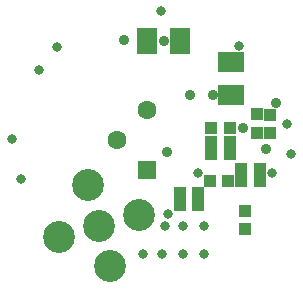
<source format=gbs>
G04 Layer_Color=16711935*
%FSLAX25Y25*%
%MOIN*%
G70*
G01*
G75*
%ADD30R,0.04147X0.04147*%
%ADD32R,0.04147X0.04147*%
%ADD34R,0.06800X0.08800*%
%ADD35C,0.10642*%
%ADD36R,0.06312X0.06312*%
%ADD37C,0.06312*%
%ADD38C,0.03556*%
%ADD39C,0.03202*%
%ADD40R,0.08800X0.06800*%
D30*
X37551Y-13500D02*
D03*
X31449D02*
D03*
X37551Y-9500D02*
D03*
X31449D02*
D03*
X17012Y-17641D02*
D03*
X10909D02*
D03*
X27551Y-4500D02*
D03*
X21449D02*
D03*
X27551Y4000D02*
D03*
X21449D02*
D03*
X27551Y-500D02*
D03*
X21449D02*
D03*
X10909Y-21641D02*
D03*
X17012D02*
D03*
X20949Y-13500D02*
D03*
X27051D02*
D03*
D32*
X36500Y8602D02*
D03*
Y2500D02*
D03*
X32500Y-29551D02*
D03*
Y-23449D02*
D03*
X41000Y8551D02*
D03*
Y2449D02*
D03*
D34*
X0Y33000D02*
D03*
X11000D02*
D03*
D35*
X-16000Y-28500D02*
D03*
X-29445Y-32103D02*
D03*
X-12397Y-41945D02*
D03*
X-2555Y-24897D02*
D03*
X-19603Y-15055D02*
D03*
D36*
X0Y-10000D02*
D03*
D37*
X-10000Y0D02*
D03*
X0Y10000D02*
D03*
D38*
X32000Y4000D02*
D03*
X39500Y-3000D02*
D03*
X-7800Y33500D02*
D03*
X43000Y12500D02*
D03*
X14200Y15000D02*
D03*
X21839D02*
D03*
X5500Y33100D02*
D03*
X6500Y-4000D02*
D03*
D39*
X17100Y-10760D02*
D03*
X46500Y5500D02*
D03*
X-1500Y-38000D02*
D03*
X6000Y-28500D02*
D03*
X12000D02*
D03*
X19000D02*
D03*
X5000Y-38000D02*
D03*
X12000D02*
D03*
X19000D02*
D03*
X4500Y43000D02*
D03*
X30500Y31500D02*
D03*
X-42000Y-13000D02*
D03*
X-45000Y500D02*
D03*
X-36000Y23500D02*
D03*
X-30000Y31000D02*
D03*
X7000Y-24500D02*
D03*
X48000Y-4500D02*
D03*
X41500Y-11000D02*
D03*
D40*
X28000Y26000D02*
D03*
Y15000D02*
D03*
M02*

</source>
